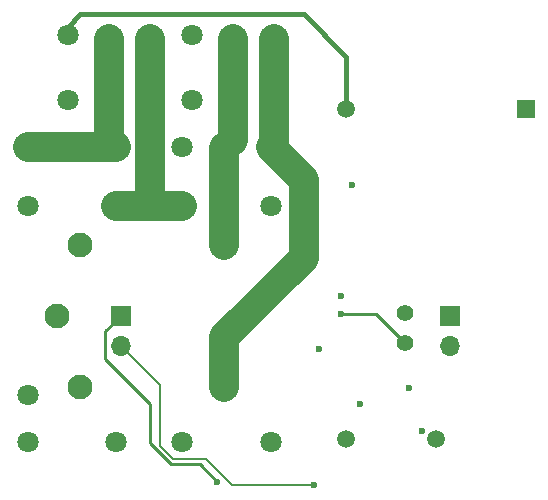
<source format=gbr>
%TF.GenerationSoftware,KiCad,Pcbnew,8.0.8*%
%TF.CreationDate,2025-03-23T22:06:23+01:00*%
%TF.ProjectId,raumtemp_relay,7261756d-7465-46d7-905f-72656c61792e,rev?*%
%TF.SameCoordinates,Original*%
%TF.FileFunction,Copper,L2,Inr*%
%TF.FilePolarity,Positive*%
%FSLAX46Y46*%
G04 Gerber Fmt 4.6, Leading zero omitted, Abs format (unit mm)*
G04 Created by KiCad (PCBNEW 8.0.8) date 2025-03-23 22:06:23*
%MOMM*%
%LPD*%
G01*
G04 APERTURE LIST*
%TA.AperFunction,ComponentPad*%
%ADD10C,1.400000*%
%TD*%
%TA.AperFunction,ComponentPad*%
%ADD11R,1.700000X1.700000*%
%TD*%
%TA.AperFunction,ComponentPad*%
%ADD12O,1.700000X1.700000*%
%TD*%
%TA.AperFunction,ComponentPad*%
%ADD13C,1.803400*%
%TD*%
%TA.AperFunction,ComponentPad*%
%ADD14C,1.800000*%
%TD*%
%TA.AperFunction,ComponentPad*%
%ADD15C,2.100000*%
%TD*%
%TA.AperFunction,ComponentPad*%
%ADD16R,1.508000X1.508000*%
%TD*%
%TA.AperFunction,ComponentPad*%
%ADD17C,1.508000*%
%TD*%
%TA.AperFunction,ViaPad*%
%ADD18C,0.600000*%
%TD*%
%TA.AperFunction,Conductor*%
%ADD19C,0.250000*%
%TD*%
%TA.AperFunction,Conductor*%
%ADD20C,2.500000*%
%TD*%
%TA.AperFunction,Conductor*%
%ADD21C,0.400000*%
%TD*%
%TA.AperFunction,Conductor*%
%ADD22C,0.200000*%
%TD*%
G04 APERTURE END LIST*
D10*
%TO.N,+VDC*%
%TO.C,JP1*%
X154625000Y-90830000D03*
%TO.N,+3V3*%
X154625000Y-88290000D03*
%TD*%
D11*
%TO.N,+3V3*%
%TO.C,J3*%
X158425000Y-88480000D03*
D12*
%TO.N,GND*%
X158425000Y-91020000D03*
%TD*%
D11*
%TO.N,Net-(J2-Pin_1)*%
%TO.C,J2*%
X130524656Y-88480000D03*
D12*
%TO.N,Net-(J2-Pin_2)*%
X130524656Y-91020000D03*
%TD*%
D13*
%TO.N,+VDC*%
%TO.C,*%
X122675000Y-95180000D03*
%TD*%
%TO.N,Net-(D1-A)*%
%TO.C,K2*%
X122675000Y-99180000D03*
%TO.N,Net-(J1-3)*%
X122675000Y-79180000D03*
%TO.N,Net-(J1-2)*%
X122675000Y-74180000D03*
X130175000Y-74180000D03*
%TO.N,Net-(J1-3)*%
X130175000Y-79180000D03*
%TO.N,+VDC*%
X130175000Y-99180000D03*
%TD*%
D14*
%TO.N,Net-(J1-1)*%
%TO.C,J1*%
X126036723Y-70200000D03*
X126036723Y-64700000D03*
%TO.N,Net-(J1-2)*%
X129536723Y-70200000D03*
X129536723Y-64700000D03*
%TO.N,Net-(J1-3)*%
X133036723Y-70200000D03*
X133036723Y-64700000D03*
%TO.N,Net-(J1-4)*%
X136536723Y-70200000D03*
X136536723Y-64700000D03*
%TO.N,Net-(J1-5)*%
X140036723Y-70200000D03*
X140036723Y-64700000D03*
%TO.N,Net-(J1-6)*%
X143536723Y-70200000D03*
X143536723Y-64700000D03*
%TD*%
D15*
%TO.N,+VDC*%
%TO.C,K1*%
X127125000Y-94480000D03*
%TO.N,Net-(D1-A)*%
X127125000Y-82480000D03*
%TO.N,Net-(J1-3)*%
X125125000Y-88480000D03*
%TO.N,Net-(J1-6)*%
X139325000Y-94480000D03*
%TO.N,Net-(J1-5)*%
X139325000Y-82480000D03*
%TD*%
D16*
%TO.N,Net-(J1-3)*%
%TO.C,PS1*%
X164864545Y-70981894D03*
D17*
%TO.N,Net-(J1-1)*%
X149624545Y-70981894D03*
%TO.N,GND*%
X149624545Y-98921894D03*
%TO.N,+VDC*%
X157244545Y-98921894D03*
%TD*%
D13*
%TO.N,Net-(D2-A)*%
%TO.C,K3*%
X135725000Y-99180000D03*
%TO.N,Net-(J1-3)*%
X135725000Y-79180000D03*
%TO.N,Net-(J1-6)*%
X135725000Y-74180000D03*
X143225000Y-74180000D03*
%TO.N,Net-(J1-3)*%
X143225000Y-79180000D03*
%TO.N,+VDC*%
X143225000Y-99180000D03*
%TD*%
D18*
%TO.N,GND*%
X147325000Y-91280000D03*
X150825000Y-95980000D03*
X149225000Y-86780000D03*
X150125000Y-77380000D03*
%TO.N,+VDC*%
X156025000Y-98280000D03*
X154925000Y-94580000D03*
X149225000Y-88380000D03*
%TO.N,Net-(J2-Pin_2)*%
X146925000Y-102780000D03*
%TO.N,Net-(J2-Pin_1)*%
X138725000Y-102580000D03*
%TD*%
D19*
%TO.N,+VDC*%
X149225000Y-88380000D02*
X152175000Y-88380000D01*
X152175000Y-88380000D02*
X154625000Y-90830000D01*
D20*
%TO.N,Net-(J1-3)*%
X133036723Y-79068277D02*
X133025000Y-79080000D01*
X133025000Y-79080000D02*
X133125000Y-79180000D01*
X133036723Y-65018297D02*
X133036723Y-70518297D01*
X133125000Y-79180000D02*
X135725000Y-79180000D01*
X133036723Y-70518297D02*
X133036723Y-79068277D01*
X130175000Y-79180000D02*
X135725000Y-79180000D01*
%TO.N,Net-(J1-2)*%
X122675000Y-74180000D02*
X130175000Y-74180000D01*
X129536723Y-73541723D02*
X130175000Y-74180000D01*
X129536723Y-65018297D02*
X129536723Y-70518297D01*
X129536723Y-70518297D02*
X129536723Y-73541723D01*
D21*
%TO.N,Net-(J1-1)*%
X146025000Y-62980000D02*
X127125000Y-62980000D01*
X149624545Y-66579545D02*
X146025000Y-62980000D01*
X127125000Y-62980000D02*
X126036723Y-64068277D01*
X126036723Y-64068277D02*
X126036723Y-65018297D01*
X149624545Y-70981894D02*
X149624545Y-66579545D01*
D20*
%TO.N,Net-(J1-6)*%
X143536723Y-73868277D02*
X143225000Y-74180000D01*
X143536723Y-70518297D02*
X143536723Y-73868277D01*
X146025000Y-83580000D02*
X139325000Y-90280000D01*
X146025000Y-76980000D02*
X146025000Y-83580000D01*
X143225000Y-74180000D02*
X146025000Y-76980000D01*
X139325000Y-90280000D02*
X139325000Y-94480000D01*
X143536723Y-65018297D02*
X143536723Y-70518297D01*
%TO.N,Net-(J1-5)*%
X139325000Y-74280000D02*
X140036723Y-73568277D01*
X140036723Y-70518297D02*
X140036723Y-65018297D01*
X140036723Y-73568277D02*
X140036723Y-70518297D01*
X139325000Y-82480000D02*
X139325000Y-74280000D01*
D22*
%TO.N,Net-(J2-Pin_2)*%
X134925000Y-100580000D02*
X137725000Y-100580000D01*
X137725000Y-100580000D02*
X139925000Y-102780000D01*
X133825000Y-99280000D02*
X133825000Y-99480000D01*
X133825000Y-94320344D02*
X133825000Y-99280000D01*
X133825000Y-99480000D02*
X134925000Y-100580000D01*
X139925000Y-102780000D02*
X146925000Y-102780000D01*
X130524656Y-91020000D02*
X133825000Y-94320344D01*
D19*
%TO.N,Net-(J2-Pin_1)*%
X134825000Y-101080000D02*
X133025000Y-99280000D01*
X138725000Y-102580000D02*
X137225000Y-101080000D01*
X137225000Y-101080000D02*
X134825000Y-101080000D01*
X133025000Y-99280000D02*
X133025000Y-95980000D01*
X133025000Y-95980000D02*
X129225000Y-92180000D01*
X129225000Y-92180000D02*
X129225000Y-89779656D01*
X129225000Y-89779656D02*
X130524656Y-88480000D01*
%TD*%
M02*

</source>
